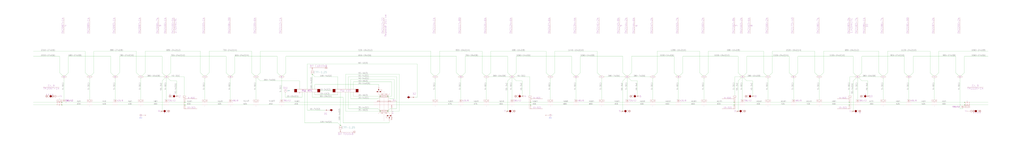
<source format=kicad_sch>
(kicad_sch (version 20231120) (generator "eeschema") (generator_version "8.0")
  (paper "User" 2000 297)
  (title_block (company "МКТ АТ-351") (comment 1 "КП 27.02.03.03.000 ГЧ") (comment 2 "Сафранович") (comment 3 "Бузунова"))
  (junction (at 743 217))
  (junction (at 743 188))
  (junction (at 757 188))
  (junction (at 1658.75 200))
  (junction (at 1433.75 200))
  (junction (at 361.25 205))
  (junction (at 1433.75 205))
  (junction (at 121 205))
  (junction (at 1658.75 205))
  (junction (at 121 200))
  (junction (at 757 217))
  (junction (at 1884 200))
  (junction (at 665 245))
  (junction (at 610 145))
  (junction (at 1036.25 205))
  (junction (at 1884 205))
  (junction (at 361.25 200))
  (junction (at 1036.25 200))
  (wire (pts (xy 1598 148.5) (xy 1591.5 142)))
  (wire (pts (xy 815 190) (xy 815 125)))
  (wire (pts (xy 452 148.5) (xy 458.5 142)))
  (wire (pts (xy 1180 150) (xy 1220 150)))
  (wire (pts (xy 670 190) (xy 610 190)))
  (wire (pts (xy 998 148.5) (xy 991.5 142)))
  (wire (pts (xy 1233.5 110) (xy 1316.5 110)))
  (wire (pts (xy 1550 152.5) (xy 1550 195)))
  (wire (pts (xy 1435 150) (xy 1435 187)))
  (wire (pts (xy 1458.5 110) (xy 1458.5 142)))
  (wire (pts (xy 615 180) (xy 615 185)))
  (wire (pts (xy 852 148.5) (xy 858.5 142)))
  (wire (pts (xy 905 200) (xy 945 200)))
  (wire (pts (xy 502 151.5) (xy 508.5 158)))
  (wire (pts (xy 680 150) (xy 775 150)))
  (wire (pts (xy 955 200) (xy 995 200)))
  (wire (pts (xy 541.5 110) (xy 541.5 142)))
  (wire (pts (xy 610 190) (xy 610 180)))
  (wire (pts (xy 1680 200) (xy 1720 200)))
  (wire (pts (xy 1080 200) (xy 1120 200)))
  (wire (pts (xy 1245 158) (xy 1245 187)))
  (wire (pts (xy 675 145) (xy 675 174)))
  (wire (pts (xy 1716.5 142) (xy 1716.5 100)))
  (wire (pts (xy 400 152.5) (xy 400 195)))
  (wire (pts (xy 941.5 100) (xy 941.5 142)))
  (wire (pts (xy 1130 205) (xy 1170 205)))
  (wire (pts (xy 1683.5 158) (xy 1695 158)))
  (wire (pts (xy 1230 200) (xy 1270 200)))
  (wire (pts (xy 1605 205) (xy 1658.75 205)))
  (wire (pts (xy 1005 200) (xy 1036.25 200)))
  (wire (pts (xy 1080 205) (xy 1120 205)))
  (wire (pts (xy 1066.5 100) (xy 1066.5 142)))
  (wire (pts (xy 1498 148.5) (xy 1491.5 142)))
  (wire (pts (xy 1680 150) (xy 1720 150)))
  (wire (pts (xy 1227 148.5) (xy 1233.5 142)))
  (wire (pts (xy 1880 212.5) (xy 1880 210)))
  (wire (pts (xy 1600 152.5) (xy 1600 195)))
  (wire (pts (xy 1283.5 100) (xy 1366.5 100)))
  (wire (pts (xy 757 188) (xy 762 193)))
  (wire (pts (xy 1677 148.5) (xy 1683.5 142)))
  (wire (pts (xy 898 148.5) (xy 891.5 142)))
  (wire (pts (xy 330 200) (xy 361.25 200)))
  (wire (pts (xy 757 188) (xy 765 188)))
  (wire (pts (xy 743 188) (xy 738 193)))
  (wire (pts (xy 1766.5 110) (xy 1766.5 142)))
  (wire (pts (xy 183.5 100) (xy 266.5 100)))
  (wire (pts (xy 65 205) (xy 111 205)))
  (wire (pts (xy 316.5 110) (xy 316.5 142)))
  (wire (pts (xy 1680 205) (xy 1720 205)))
  (wire (pts (xy 1002 151.5) (xy 1008.5 158)))
  (wire (pts (xy 555 200) (xy 730 200)))
  (wire (pts (xy 665 180) (xy 665 245)))
  (wire (pts (xy 491.5 100) (xy 491.5 142)))
  (wire (pts (xy 408.5 100) (xy 408.5 142)))
  (wire (pts (xy 230 205) (xy 270 205)))
  (wire (pts (xy 1375 152.5) (xy 1375 195)))
  (wire (pts (xy 680 150) (xy 680 174)))
  (wire (pts (xy 555 205) (xy 730 205)))
  (wire (pts (xy 891.5 110) (xy 558.5 110)))
  (wire (pts (xy 455 205) (xy 495 205)))
  (wire (pts (xy 361.25 205) (xy 395 205)))
  (wire (pts (xy 1230 150) (xy 1270 150)))
  (wire (pts (xy 1723 148.5) (xy 1716.5 142)))
  (wire (pts (xy 1777 148.5) (xy 1783.5 142)))
  (wire (pts (xy 123 148.5) (xy 116.5 142)))
  (wire (pts (xy 1166.5 142) (xy 1166.5 100)))
  (wire (pts (xy 757 217) (xy 780 217)))
  (wire (pts (xy 1775 152.5) (xy 1775 195)))
  (wire (pts (xy 65 200) (xy 111 200)))
  (wire (pts (xy 441.5 110) (xy 441.5 142)))
  (wire (pts (xy 1830 200) (xy 1884 200)))
  (wire (pts (xy 1558.5 110) (xy 1558.5 142)))
  (wire (pts (xy 585 174) (xy 585 158)))
  (wire (pts (xy 1130 200) (xy 1170 200)))
  (wire (pts (xy 770 155) (xy 685 155)))
  (wire (pts (xy 121 200) (xy 170 200)))
  (wire (pts (xy 1830 205) (xy 1884 205)))
  (wire (pts (xy 615 185) (xy 660 185)))
  (wire (pts (xy 660 150) (xy 660 174)))
  (wire (pts (xy 1658.75 200) (xy 1670 200)))
  (wire (pts (xy 558.5 110) (xy 558.5 142)))
  (wire (pts (xy 1133.5 110) (xy 1133.5 142)))
  (wire (pts (xy 508.5 158) (xy 585 158)))
  (wire (pts (xy 1452 148.5) (xy 1458.5 142)))
  (wire (pts (xy 1608.5 142) (xy 1608.5 100)))
  (wire (pts (xy 333.5 110) (xy 441.5 110)))
  (wire (pts (xy 1366.5 100) (xy 1366.5 142)))
  (wire (pts (xy 1491.5 142) (xy 1491.5 100)))
  (wire (pts (xy 685 155) (xy 685 174)))
  (wire (pts (xy 548 148.5) (xy 541.5 142)))
  (wire (pts (xy 1448 148.5) (xy 1441.5 142)))
  (wire (pts (xy 1833.5 142) (xy 1833.5 100)))
  (wire (pts (xy 233.5 110) (xy 233.5 142)))
  (wire (pts (xy 670 240) (xy 760 240)))
  (wire (pts (xy 327 151.5) (xy 333.5 158)))
  (wire (pts (xy 1383.5 100) (xy 1491.5 100)))
  (wire (pts (xy 1725 152.5) (xy 1725 195)))
  (wire (pts (xy 1695 158) (xy 1695 187)))
  (wire (pts (xy 1658.75 205) (xy 1670 205)))
  (wire (pts (xy 450 152.5) (xy 450 195)))
  (wire (pts (xy 1433.75 200) (xy 1445 200)))
  (wire (pts (xy 1666.5 158) (xy 1666.5 218)))
  (wire (pts (xy 690 160) (xy 690 174)))
  (wire (pts (xy 127 148.5) (xy 133.5 142)))
  (wire (pts (xy 600 215) (xy 635 215)))
  (wire (pts (xy 600 125) (xy 600 174)))
  (wire (pts (xy 780 145) (xy 780 217)))
  (wire (pts (xy 1458.5 158) (xy 1470 158)))
  (wire (pts (xy 1450 152.5) (xy 1450 195)))
  (wire (pts (xy 900 152.5) (xy 900 195)))
  (wire (pts (xy 360 150) (xy 360 187)))
  (wire (pts (xy 283.5 100) (xy 391.5 100)))
  (wire (pts (xy 1330 205) (xy 1370 205)))
  (wire (pts (xy 505 205) (xy 545 205)))
  (wire (pts (xy 1883.5 110) (xy 1883.5 142)))
  (wire (pts (xy 405 200) (xy 445 200)))
  (wire (pts (xy 1325 152.5) (xy 1325 195)))
  (wire (pts (xy 902 148.5) (xy 908.5 142)))
  (wire (pts (xy 1005 150) (xy 1035 150)))
  (wire (pts (xy 1555 205) (xy 1595 205)))
  (wire (pts (xy 680 180) (xy 680 212)))
  (wire (pts (xy 855 205) (xy 895 205)))
  (wire (pts (xy 1280 205) (xy 1320 205)))
  (wire (pts (xy 770 200) (xy 845 200)))
  (wire (pts (xy 1666.5 110) (xy 1666.5 142)))
  (wire (pts (xy 1591.5 100) (xy 1591.5 142)))
  (wire (pts (xy 180 200) (xy 220 200)))
  (wire (pts (xy 502 148.5) (xy 508.5 142)))
  (wire (pts (xy 991.5 110) (xy 908.5 110)))
  (wire (pts (xy 762 212) (xy 775 212)))
  (wire (pts (xy 1605 200) (xy 1658.75 200)))
  (wire (pts (xy 1036.25 205) (xy 1070 205)))
  (wire (pts (xy 333.5 158) (xy 345 158)))
  (wire (pts (xy 680 212) (xy 738 212)))
  (wire (pts (xy 998 151.5) (xy 991.5 158)))
  (wire (pts (xy 216.5 110) (xy 216.5 142)))
  (wire (pts (xy 740 168.5) (xy 740 165)))
  (wire (pts (xy 233.5 110) (xy 316.5 110)))
  (wire (pts (xy 391.5 100) (xy 391.5 142)))
  (wire (pts (xy 1866.5 110) (xy 1866.5 142)))
  (wire (pts (xy 1333.5 110) (xy 1333.5 142)))
  (wire (pts (xy 1875 152.5) (xy 1875 212.5)))
  (wire (pts (xy 125 152.5) (xy 125 195)))
  (wire (pts (xy 848 148.5) (xy 841.5 142)))
  (wire (pts (xy 1075 152.5) (xy 1075 195)))
  (wire (pts (xy 557.5 190) (xy 557.5 180)))
  (wire (pts (xy 1073 148.5) (xy 1066.5 142)))
  (wire (pts (xy 1733.5 100) (xy 1816.5 100)))
  (wire (pts (xy 775 150) (xy 775 212)))
  (wire (pts (xy 1458.5 110) (xy 1541.5 110)))
  (wire (pts (xy 1730 205) (xy 1770 205)))
  (wire (pts (xy 1873 148.5) (xy 1866.5 142)))
  (wire (pts (xy 760 240) (xy 760 236.5)))
  (wire (pts (xy 1127 148.5) (xy 1133.5 142)))
  (wire (pts (xy 498 148.5) (xy 491.5 142)))
  (wire (pts (xy 1173 148.5) (xy 1166.5 142)))
  (wire (pts (xy 323 148.5) (xy 316.5 142)))
  (wire (pts (xy 1223 148.5) (xy 1216.5 142)))
  (wire (pts (xy 1133.5 110) (xy 1216.5 110)))
  (wire (pts (xy 323 151.5) (xy 316.5 158)))
  (wire (pts (xy 615 165) (xy 740 165)))
  (wire (pts (xy 1502 148.5) (xy 1508.5 142)))
  (wire (pts (xy 448 148.5) (xy 441.5 142)))
  (wire (pts (xy 1783.5 110) (xy 1866.5 110)))
  (wire (pts (xy 1883.5 110) (xy 1930 110)))
  (wire (pts (xy 1227 151.5) (xy 1233.5 158)))
  (wire (pts (xy 1825 152.5) (xy 1825 195)))
  (wire (pts (xy 1330 200) (xy 1370 200)))
  (wire (pts (xy 180 205) (xy 220 205)))
  (wire (pts (xy 595 180) (xy 595 240)))
  (wire (pts (xy 850 152.5) (xy 850 195)))
  (wire (pts (xy 690 188) (xy 743 188)))
  (wire (pts (xy 273 148.5) (xy 266.5 142)))
  (wire (pts (xy 1683.5 110) (xy 1683.5 142)))
  (wire (pts (xy 1000 152.5) (xy 1000 195)))
  (wire (pts (xy 1323 148.5) (xy 1316.5 142)))
  (wire (pts (xy 690 180) (xy 690 188)))
  (wire (pts (xy 1783.5 110) (xy 1783.5 142)))
  (wire (pts (xy 1441.5 110) (xy 1441.5 142)))
  (wire (pts (xy 625 177) (xy 650 177)))
  (wire (pts (xy 398 148.5) (xy 391.5 142)))
  (wire (pts (xy 458.5 110) (xy 458.5 142)))
  (wire (pts (xy 660 185) (xy 660 180)))
  (wire (pts (xy 590 190) (xy 590 180)))
  (wire (pts (xy 177 148.5) (xy 183.5 142)))
  (wire (pts (xy 133.5 110) (xy 133.5 142)))
  (wire (pts (xy 1123 148.5) (xy 1116.5 142)))
  (wire (pts (xy 685 193) (xy 738 193)))
  (wire (pts (xy 1005 205) (xy 1036.25 205)))
  (wire (pts (xy 1673 151.5) (xy 1666.5 158)))
  (wire (pts (xy 500 152.5) (xy 500 195)))
  (wire (pts (xy 1733.5 142) (xy 1733.5 100)))
  (wire (pts (xy 1433.75 205) (xy 1445 205)))
  (wire (pts (xy 991.5 158) (xy 991.5 218)))
  (wire (pts (xy 743 217) (xy 738 212)))
  (wire (pts (xy 1283.5 142) (xy 1283.5 100)))
  (wire (pts (xy 1233.5 110) (xy 1233.5 142)))
  (wire (pts (xy 1823 148.5) (xy 1816.5 142)))
  (wire (pts (xy 1223 151.5) (xy 1216.5 158)))
  (wire (pts (xy 183.5 100) (xy 183.5 142)))
  (wire (pts (xy 133.5 110) (xy 216.5 110)))
  (wire (pts (xy 360 150) (xy 330 150)))
  (wire (pts (xy 810 190) (xy 815 190)))
  (wire (pts (xy 508.5 100) (xy 508.5 142)))
  (wire (pts (xy 65 100) (xy 166.5 100)))
  (wire (pts (xy 1083.5 100) (xy 1166.5 100)))
  (wire (pts (xy 600 180) (xy 600 215)))
  (wire (pts (xy 283.5 100) (xy 283.5 142)))
  (wire (pts (xy 275 152.5) (xy 275 195)))
  (wire (pts (xy 675 217) (xy 743 217)))
  (wire (pts (xy 1602 148.5) (xy 1608.5 142)))
  (wire (pts (xy 1500 152.5) (xy 1500 195)))
  (wire (pts (xy 615 150) (xy 660 150)))
  (wire (pts (xy 1180 205) (xy 1220 205)))
  (wire (pts (xy 1008.5 158) (xy 1020 158)))
  (wire (pts (xy 230 200) (xy 270 200)))
  (wire (pts (xy 1008.5 142) (xy 1008.5 110)))
  (wire (pts (xy 1455 200) (xy 1495 200)))
  (wire (pts (xy 1508.5 100) (xy 1591.5 100)))
  (wire (pts (xy 402 148.5) (xy 408.5 142)))
  (wire (pts (xy 615 150) (xy 610 145)))
  (wire (pts (xy 1773 148.5) (xy 1766.5 142)))
  (wire (pts (xy 1008.5 110) (xy 1116.5 110)))
  (wire (pts (xy 1548 148.5) (xy 1541.5 142)))
  (wire (pts (xy 1608.5 100) (xy 1716.5 100)))
  (wire (pts (xy 841.5 142) (xy 841.5 100)))
  (wire (pts (xy 1116.5 110) (xy 1116.5 142)))
  (wire (pts (xy 1373 148.5) (xy 1366.5 142)))
  (wire (pts (xy 1233.5 158) (xy 1245 158)))
  (wire (pts (xy 1555 200) (xy 1595 200)))
  (wire (pts (xy 1816.5 100) (xy 1816.5 142)))
  (wire (pts (xy 958.5 142) (xy 958.5 100)))
  (wire (pts (xy 1827 148.5) (xy 1833.5 142)))
  (wire (pts (xy 1452 151.5) (xy 1458.5 158)))
  (wire (pts (xy 330 205) (xy 361.25 205)))
  (wire (pts (xy 173 148.5) (xy 166.5 142)))
  (wire (pts (xy 757 217) (xy 762 212)))
  (wire (pts (xy 1125 152.5) (xy 1125 195)))
  (wire (pts (xy 991.5 142) (xy 991.5 110)))
  (wire (pts (xy 277 148.5) (xy 283.5 142)))
  (wire (pts (xy 1455 150) (xy 1495 150)))
  (wire (pts (xy 121 205) (xy 170 205)))
  (wire (pts (xy 1558.5 110) (xy 1666.5 110)))
  (wire (pts (xy 1455 205) (xy 1495 205)))
  (wire (pts (xy 1225 152.5) (xy 1225 195)))
  (wire (pts (xy 958.5 100) (xy 1066.5 100)))
  (wire (pts (xy 948 148.5) (xy 941.5 142)))
  (wire (pts (xy 166.5 100) (xy 166.5 142)))
  (wire (pts (xy 952 148.5) (xy 958.5 142)))
  (wire (pts (xy 595 240) (xy 660 240)))
  (wire (pts (xy 1894 205) (xy 1930 205)))
  (wire (pts (xy 227 148.5) (xy 233.5 142)))
  (wire (pts (xy 1683.5 110) (xy 1766.5 110)))
  (wire (pts (xy 670 240) (xy 670 190)))
  (wire (pts (xy 1380 205) (xy 1433.75 205)))
  (wire (pts (xy 1448 151.5) (xy 1441.5 158)))
  (wire (pts (xy 950 152.5) (xy 950 195)))
  (wire (pts (xy 765 160) (xy 765 188)))
  (wire (pts (xy 1673 148.5) (xy 1666.5 142)))
  (wire (pts (xy 1383.5 142) (xy 1383.5 100)))
  (wire (pts (xy 116.5 110) (xy 116.5 142)))
  (wire (pts (xy 280 150) (xy 320 150)))
  (wire (pts (xy 1077 148.5) (xy 1083.5 142)))
  (wire (pts (xy 1875 212.5) (xy 1880 212.5)))
  (wire (pts (xy 175 152.5) (xy 175 195)))
  (wire (pts (xy 1380 200) (xy 1433.75 200)))
  (wire (pts (xy 855 200) (xy 895 200)))
  (wire (pts (xy 891.5 142) (xy 891.5 110)))
  (wire (pts (xy 1180 200) (xy 1220 200)))
  (wire (pts (xy 1175 152.5) (xy 1175 195)))
  (wire (pts (xy 552 148.5) (xy 558.5 142)))
  (wire (pts (xy 280 205) (xy 320 205)))
  (wire (pts (xy 327 148.5) (xy 333.5 142)))
  (wire (pts (xy 1541.5 110) (xy 1541.5 142)))
  (wire (pts (xy 1505 200) (xy 1545 200)))
  (wire (pts (xy 1216.5 158) (xy 1216.5 218)))
  (wire (pts (xy 280 200) (xy 320 200)))
  (wire (pts (xy 1036.25 200) (xy 1070 200)))
  (wire (pts (xy 615 174) (xy 615 165)))
  (wire (pts (xy 550 152.5) (xy 550 195)))
  (wire (pts (xy 1730 200) (xy 1770 200)))
  (wire (pts (xy 675 145) (xy 780 145)))
  (wire (pts (xy 458.5 110) (xy 541.5 110)))
  (wire (pts (xy 1020 158) (xy 1020 187)))
  (wire (pts (xy 1780 200) (xy 1820 200)))
  (wire (pts (xy 858.5 100) (xy 858.5 142)))
  (wire (pts (xy 665 245) (xy 660 240)))
  (wire (pts (xy 1275 152.5) (xy 1275 195)))
  (wire (pts (xy 1280 200) (xy 1320 200)))
  (wire (pts (xy 685 180) (xy 685 193)))
  (wire (pts (xy 405 205) (xy 445 205)))
  (wire (pts (xy 223 148.5) (xy 216.5 142)))
  (wire (pts (xy 333.5 110) (xy 333.5 142)))
  (wire (pts (xy 508.5 100) (xy 841.5 100)))
  (wire (pts (xy 1780 205) (xy 1820 205)))
  (wire (pts (xy 1894 200) (xy 1930 200)))
  (wire (pts (xy 1508.5 142) (xy 1508.5 100)))
  (wire (pts (xy 1505 205) (xy 1545 205)))
  (wire (pts (xy 1035 150) (xy 1035 187)))
  (wire (pts (xy 345 158) (xy 345 187)))
  (wire (pts (xy 690 160) (xy 765 160)))
  (wire (pts (xy 1316.5 110) (xy 1316.5 142)))
  (wire (pts (xy 1727 148.5) (xy 1733.5 142)))
  (wire (pts (xy 1230 205) (xy 1270 205)))
  (wire (pts (xy 1552 148.5) (xy 1558.5 142)))
  (wire (pts (xy 266.5 100) (xy 266.5 142)))
  (wire (pts (xy 770 205) (xy 845 205)))
  (wire (pts (xy 1470 158) (xy 1470 187)))
  (wire (pts (xy 770 193) (xy 762 193)))
  (wire (pts (xy 1277 148.5) (xy 1283.5 142)))
  (wire (pts (xy 557.5 190) (xy 590 190)))
  (wire (pts (xy 955 205) (xy 995 205)))
  (wire (pts (xy 1677 151.5) (xy 1683.5 158)))
  (wire (pts (xy 908.5 110) (xy 908.5 142)))
  (wire (pts (xy 1002 148.5) (xy 1008.5 142)))
  (wire (pts (xy 325 152.5) (xy 325 195)))
  (wire (pts (xy 408.5 100) (xy 491.5 100)))
  (wire (pts (xy 1377 148.5) (xy 1383.5 142)))
  (wire (pts (xy 1833.5 100) (xy 1930 100)))
  (wire (pts (xy 1216.5 110) (xy 1216.5 142)))
  (wire (pts (xy 1675 152.5) (xy 1675 195)))
  (wire (pts (xy 1660 150) (xy 1660 187)))
  (wire (pts (xy 600 125) (xy 815 125)))
  (wire (pts (xy 1083.5 142) (xy 1083.5 100)))
  (wire (pts (xy 1327 148.5) (xy 1333.5 142)))
  (wire (pts (xy 905 205) (xy 945 205)))
  (wire (pts (xy 610 145) (xy 610 174)))
  (wire (pts (xy 1441.5 158) (xy 1441.5 218)))
  (wire (pts (xy 1435 150) (xy 1445 150)))
  (wire (pts (xy 225 152.5) (xy 225 195)))
  (wire (pts (xy 858.5 100) (xy 941.5 100)))
  (wire (pts (xy 675 217) (xy 675 180)))
  (wire (pts (xy 1660 150) (xy 1670 150)))
  (wire (pts (xy 1877 148.5) (xy 1883.5 142)))
  (wire (pts (xy 955 150) (xy 995 150)))
  (wire (pts (xy 770 155) (xy 770 193)))
  (wire (pts (xy 1333.5 110) (xy 1441.5 110)))
  (wire (pts (xy 316.5 158) (xy 316.5 218)))
  (wire (pts (xy 361.25 200) (xy 395 200)))
  (wire (pts (xy 65 110) (xy 116.5 110)))
  (text "211" (at 1072 231.5 0) (effects (font (size 2 2)) (justify left bottom)))
  (text "211" (at 272 231.5 0) (effects (font (size 2 2)) (justify left bottom)))
  (label "725" (at 1575 205 0) (effects (font (size 2.5 2.5))) (property "Netclass" "Рельсы" (effects (hide yes))))
  (label "Н1П" (at 1840 200 0) (effects (font (size 2.5 2.5))) (property "Netclass" "Рельсы" (effects (hide yes))))
  (label "120-4x2(2)" (at 665 235 90) (effects (font (size 2.5 2.5))) (property "Netclass" "Кабель" (effects (hide yes))))
  (label "10-10x2(4)" (at 560 190 0) (effects (font (size 2.5 2.5))) (property "Netclass" "Кабель" (effects (hide yes))))
  (label "5-3(1)" (at 1660 175 90) (effects (font (size 2.5 2.5))) (property "Netclass" "Кабель" (effects (hide yes))))
  (label "Ч8П" (at 300 200 0) (effects (font (size 2.5 2.5))) (property "Netclass" "Рельсы" (effects (hide yes))))
  (label "Ч22П" (at 925 200 0) (effects (font (size 2.5 2.5))) (property "Netclass" "Рельсы" (effects (hide yes))))
  (label "100-4x2(2)" (at 610 173.5 90) (effects (font (size 2.5 2.5))) (property "Netclass" "Кабель" (effects (hide yes))))
  (label "300" (at 1840 205 0) (effects (font (size 2.5 2.5))) (property "Netclass" "Рельсы" (effects (hide yes))))
  (label "650" (at 1350 205 0) (effects (font (size 2.5 2.5))) (property "Netclass" "Рельсы" (effects (hide yes))))
  (label "1530-19x2(14)" (at 1535 100 0) (effects (font (size 2.5 2.5))) (property "Netclass" "Кабель" (effects (hide yes))))
  (label "5-3(1)" (at 1775 175 90) (effects (font (size 2.5 2.5))) (property "Netclass" "Кабель" (effects (hide yes))))
  (label "Н5П" (at 1750 200 0) (effects (font (size 2.5 2.5))) (property "Netclass" "Рельсы" (effects (hide yes))))
  (label "200" (at 150 205 0) (effects (font (size 2.5 2.5))) (property "Netclass" "Рельсы" (effects (hide yes))))
  (label "200" (at 575 205 0) (effects (font (size 2.5 2.5))) (property "Netclass" "Рельсы" (effects (hide yes))))
  (label "5-3(1)" (at 1125 175 90) (effects (font (size 2.5 2.5))) (property "Netclass" "Кабель" (effects (hide yes))))
  (label "5-3(1)" (at 400 175 90) (effects (font (size 2.5 2.5))) (property "Netclass" "Кабель" (effects (hide yes))))
  (label "5-3(1)" (at 125 175 90) (effects (font (size 2.5 2.5))) (property "Netclass" "Кабель" (effects (hide yes))))
  (label "100-4x2(2)" (at 625 150 0) (effects (font (size 2.5 2.5))) (property "Netclass" "Кабель" (effects (hide yes))))
  (label "725" (at 1525 205 0) (effects (font (size 2.5 2.5))) (property "Netclass" "Рельсы" (effects (hide yes))))
  (label "5-3(1)" (at 950 175 90) (effects (font (size 2.5 2.5))) (property "Netclass" "Кабель" (effects (hide yes))))
  (label "Ч16П" (at 525 200 0) (effects (font (size 3 3))) (property "Netclass" "Рельсы" (effects (hide yes))))
  (label "380-10x2(8)" (at 1460 150 0) (effects (font (size 2.5 2.5))) (property "Netclass" "Кабель" (effects (hide yes))))
  (label "Ч26П" (at 1040 200 0) (effects (font (size 2.5 2.5))) (property "Netclass" "Рельсы" (effects (hide yes))))
  (label "5-3(1)" (at 225 175 90) (effects (font (size 2.5 2.5))) (property "Netclass" "Кабель" (effects (hide yes))))
  (label "680" (at 1150 205 0) (effects (font (size 2.5 2.5))) (property "Netclass" "Рельсы" (effects (hide yes))))
  (label "Ч20П" (at 875 200 0) (effects (font (size 2.5 2.5))) (property "Netclass" "Рельсы" (effects (hide yes))))
  (label "1440-10x2(10)" (at 1110 100 0) (effects (font (size 2.5 2.5))) (property "Netclass" "Кабель" (effects (hide yes))))
  (label "375" (at 925 205 0) (effects (font (size 2.5 2.5))) (property "Netclass" "Рельсы" (effects (hide yes))))
  (label "1105-24x2(14)" (at 1510 110 0) (effects (font (size 2.5 2.5))) (property "Netclass" "Кабель" (effects (hide yes))))
  (label "325" (at 475 205 0) (effects (font (size 2.5 2.5))) (property "Netclass" "Рельсы" (effects (hide yes))))
  (label "2310-27x2(6)" (at 80 100 0) (effects (font (size 2.5 2.5))) (property "Netclass" "Кабель" (effects (hide yes))))
  (label "10-12(3)" (at 625 185 0) (effects (font (size 2.5 2.5))) (property "Netclass" "Кабель" (effects (hide yes))))
  (label "680" (at 1100 205 0) (effects (font (size 2.5 2.5))) (property "Netclass" "Рельсы" (effects (hide yes))))
  (label "Ч6П" (at 250 200 0) (effects (font (size 2.5 2.5))) (property "Netclass" "Рельсы" (effects (hide yes))))
  (label "45-3x2" (at 1245 176.5 90) (effects (font (size 2.5 2.5))) (property "Netclass" "Кабель" (effects (hide yes))))
  (label "5-3(1)" (at 1450 175 90) (effects (font (size 2.5 2.5))) (property "Netclass" "Кабель" (effects (hide yes))))
  (label "300" (at 1040 205 0) (effects (font (size 2.5 2.5))) (property "Netclass" "Рельсы" (effects (hide yes))))
  (label "Н17П" (at 1400 200 0) (effects (font (size 2.5 2.5))) (property "Netclass" "Рельсы" (effects (hide yes))))
  (label "730-24x2(14)" (at 435 100 0) (effects (font (size 2.5 2.5))) (property "Netclass" "Кабель" (effects (hide yes))))
  (label "300" (at 1625 205 0) (effects (font (size 2.5 2.5))) (property "Netclass" "Рельсы" (effects (hide yes))))
  (label "680-27x2(8)" (at 134 110 0) (effects (font (size 2.5 2.5))) (property "Netclass" "Кабель" (effects (hide yes))))
  (label "5-3(1)" (at 900 175 90) (effects (font (size 2.5 2.5))) (property "Netclass" "Кабель" (effects (hide yes))))
  (label "Ч24П" (at 975 200 0) (effects (font (size 2.5 2.5))) (property "Netclass" "Рельсы" (effects (hide yes))))
  (label "55-3x2" (at 1216.5 176.5 90) (effects (font (size 2.5 2.5))) (property "Netclass" "Кабель" (effects (hide yes))))
  (label "5-3(1)" (at 1675 175 90) (effects (font (size 2.5 2.5))) (property "Netclass" "Кабель" (effects (hide yes))))
  (label "755-19x2(8)" (at 908.5 110 0) (effects (font (size 2.5 2.5))) (property "Netclass" "Кабель" (effects (hide yes))))
  (label "35-16(3)" (at 700 217 0) (effects (font (size 2.5 2.5))) (property "Netclass" "Кабель" (effects (hide yes))))
  (label "120-4x2(2)" (at 625 240 0) (effects (font (size 2.5 2.5))) (property "Netclass" "Кабель" (effects (hide yes))))
  (label "780-27x2(10)" (at 233.5 110 0) (effects (font (size 2.5 2.5))) (property "Netclass" "Кабель" (effects (hide yes))))
  (label "905-27x2(10)" (at 1766.5 110 180) (effects (font (size 2.5 2.5))) (property "Netclass" "Кабель" (effects (hide yes))))
  (label "55-3x2" (at 1441.5 176.5 90) (effects (font (size 2.5 2.5))) (property "Netclass" "Кабель" (effects (hide yes))))
  (label "5-3(1)" (at 500 175 90) (effects (font (size 2.5 2.5))) (property "Netclass" "Кабель" (effects (hide yes))))
  (label "5-3(1)" (at 175 175 90) (effects (font (size 2.5 2.5))) (property "Netclass" "Кабель" (effects (hide yes))))
  (label "45-3x2" (at 1695 176.5 90) (effects (font (size 2.5 2.5))) (property "Netclass" "Кабель" (effects (hide yes))))
  (label "Н15П" (at 1477.5 200 0) (effects (font (size 2.5 2.5))) (property "Netclass" "Рельсы" (effects (hide yes))))
  (label "380-7x2(6)" (at 1187.5 150 0) (effects (font (size 2.5 2.5))) (property "Netclass" "Кабель" (effects (hide yes))))
  (label "Н3П " (at 1800 200 0) (effects (font (size 2.5 2.5))) (property "Netclass" "Рельсы" (effects (hide yes))))
  (label "Ч32П" (at 1200 200 0) (effects (font (size 2.5 2.5))) (property "Netclass" "Рельсы" (effects (hide yes))))
  (label "525" (at 1800 205 0) (effects (font (size 2.5 2.5))) (property "Netclass" "Рельсы" (effects (hide yes))))
  (label "375" (at 875 205 0) (effects (font (size 2.5 2.5))) (property "Netclass" "Рельсы" (effects (hide yes))))
  (label "5-3(1)" (at 1000 175 90) (effects (font (size 2.5 2.5))) (property "Netclass" "Кабель" (effects (hide yes))))
  (label "680-19x2(12)" (at 1650 100 0) (effects (font (size 2.5 2.5))) (property "Netclass" "Кабель" (effects (hide yes))))
  (label "Ч28П" (at 1100 200 0) (effects (font (size 2.5 2.5))) (property "Netclass" "Рельсы" (effects (hide yes))))
  (label "Н7П" (at 1698 200 0) (effects (font (size 2.5 2.5))) (property "Netclass" "Рельсы" (effects (hide yes))))
  (label "1060-24x2(8)" (at 1925 100 180) (effects (font (size 2.5 2.5))) (property "Netclass" "Кабель" (effects (hide yes))))
  (label "1060-14x2(6)" (at 1008.5 110 0) (effects (font (size 2.5 2.5))) (property "Netclass" "Кабель" (effects (hide yes))))
  (label "5-3(1)" (at 550 180 90) (effects (font (size 2.5 2.5))) (property "Netclass" "Кабель" (effects (hide yes))))
  (label "1060-14x2(8)" (at 1133.5 110 0) (effects (font (size 2.5 2.5))) (property "Netclass" "Кабель" (effects (hide yes))))
  (label "45-3(1)" (at 335 150 0) (effects (font (size 2.5 2.5))) (property "Netclass" "Кабель" (effects (hide yes))))
  (label "10-3x2(2)" (at 625 177 0) (effects (font (size 2.5 2.5))) (property "Netclass" "Кабель" (effects (hide yes))))
  (label "Ч14П" (at 475 200 0) (effects (font (size 3 3))) (property "Netclass" "Рельсы" (effects (hide yes))))
  (label "5-3(1)" (at 1375 175 90) (effects (font (size 2.5 2.5))) (property "Netclass" "Кабель" (effects (hide yes))))
  (label "5-3(1)" (at 850 175 90) (effects (font (size 2.5 2.5))) (property "Netclass" "Кабель" (effects (hide yes))))
  (label "5-3(1)" (at 1175 175 90) (effects (font (size 2.5 2.5))) (property "Netclass" "Кабель" (effects (hide yes))))
  (label "25-14x2(5)" (at 700 165 0) (effects (font (size 2.5 2.5))) (property "Netclass" "Кабель" (effects (hide yes))))
  (label "5-3(1)" (at 1225 175 90) (effects (font (size 2.5 2.5))) (property "Netclass" "Кабель" (effects (hide yes))))
  (label "5-3(1)" (at 1600 175 90) (effects (font (size 2.5 2.5))) (property "Netclass" "Кабель" (effects (hide yes))))
  (label "35-4x2(1)" (at 700 212 0) (effects (font (size 2.5 2.5))) (property "Netclass" "Кабель" (effects (hide yes))))
  (label "680-10x2(8)" (at 1000 100 0) (effects (font (size 2.5 2.5))) (property "Netclass" "Кабель" (effects (hide yes))))
  (label "Ч10П" (at 365 200 0) (effects (font (size 2.5 2.5))) (property "Netclass" "Рельсы" (effects (hide yes))))
  (label "Н21П" (at 1300 200 0) (effects (font (size 2.5 2.5))) (property "Netclass" "Рельсы" (effects (hide yes))))
  (label "Ч4П" (at 200 200 0) (effects (font (size 2.5 2.5))) (property "Netclass" "Рельсы" (effects (hide yes))))
  (label "5-3(1)" (at 1075 175 90) (effects (font (size 2.5 2.5))) (property "Netclass" "Кабель" (effects (hide yes))))
  (label "300" (at 300 205 0) (effects (font (size 2.5 2.5))) (property "Netclass" "Рельсы" (effects (hide yes))))
  (label "Ч30П" (at 1150 200 0) (effects (font (size 2.5 2.5))) (property "Netclass" "Рельсы" (effects (hide yes))))
  (label "655-19x2(6)" (at 700 110 0) (effects (font (size 2.5 2.5))) (property "Netclass" "Кабель" (effects (hide yes))))
  (label "1130-24x2(10)" (at 1760 100 0) (effects (font (size 2.5 2.5))) (property "Netclass" "Кабель" (effects (hide yes))))
  (label "250" (at 525 205 0) (effects (font (size 2.5 2.5))) (property "Netclass" "Рельсы" (effects (hide yes))))
  (label "650" (at 1300 205 0) (effects (font (size 2.5 2.5))) (property "Netclass" "Рельсы" (effects (hide yes))))
  (label "300" (at 1698.5 205 0) (effects (font (size 2.5 2.5))) (property "Netclass" "Рельсы" (effects (hide yes))))
  (label "5-3(1)" (at 1825 175 90) (effects (font (size 2.5 2.5))) (property "Netclass" "Кабель" (effects (hide yes))))
  (label "2010-27x2(6)" (at 80 110 0) (effects (font (size 2.5 2.5))) (property "Netclass" "Кабель" (effects (hide yes))))
  (label "5-3(1)" (at 1550 175 90) (effects (font (size 2.5 2.5))) (property "Netclass" "Кабель" (effects (hide yes))))
  (label "905-27x2(8)" (at 1866.5 110 180) (effects (font (size 2.5 2.5))) (property "Netclass" "Кабель" (effects (hide yes))))
  (label "5-3(1)" (at 1325 175 90) (effects (font (size 2.5 2.5))) (property "Netclass" "Кабель" (effects (hide yes))))
  (label "530-19x2(12)" (at 700 100 0) (effects (font (size 2.5 2.5))) (property "Netclass" "Кабель" (effects (hide yes))))
  (label "300" (at 1400 205 0) (effects (font (size 2.5 2.5))) (property "Netclass" "Рельсы" (effects (hide yes))))
  (label "380-10x2(8)" (at 1685 150 0) (effects (font (size 2.5 2.5))) (property "Netclass" "Кабель" (effects (hide yes))))
  (label "525" (at 1750 205 0) (effects (font (size 2.5 2.5))) (property "Netclass" "Рельсы" (effects (hide yes))))
  (label "300" (at 1200 205 0) (effects (font (size 2.5 2.5))) (property "Netclass" "Рельсы" (effects (hide yes))))
  (label "1030-19x2(12)" (at 1425 110 180) (effects (font (size 2.5 2.5))) (property "Netclass" "Кабель" (effects (hide yes))))
  (label "380-10x2(8)" (at 287.5 150 0) (effects (font (size 2.5 2.5))) (property "Netclass" "Кабель" (effects (hide yes))))
  (label "300" (at 975 205 0) (effects (font (size 2.5 2.5))) (property "Netclass" "Рельсы" (effects (hide yes))))
  (label "Н23П" (at 1250 200 0) (effects (font (size 2.5 2.5))) (property "Netclass" "Рельсы" (effects (hide yes))))
  (label "380-10x2(8)" (at 962.5 150 0) (effects (font (size 2.5 2.5))) (property "Netclass" "Кабель" (effects (hide yes))))
  (label "45-3x2" (at 1020 176.5 90) (effects (font (size 2.5 2.5))) (property "Netclass" "Кабель" (effects (hide yes))))
  (label "Н13П" (at 1525 200 0) (effects (font (size 2.5 2.5))) (property "Netclass" "Рельсы" (effects (hide yes))))
  (label "655-24x2(14)" (at 458.5 110 0) (effects (font (size 2.5 2.5))) (property "Netclass" "Кабель" (effects (hide yes))))
  (label "5-3(1)" (at 1275 175 90) (effects (font (size 2.5 2.5))) (property "Netclass" "Кабель" (effects (hide yes))))
  (label "45-4x2(1)" (at 345 183 90) (effects (font (size 2.5 2.5))) (property "Netclass" "Кабель" (effects (hide yes))))
  (label "880-27x2(8)" (at 215 100 0) (effects (font (size 2.5 2.5))) (property "Netclass" "Кабель" (effects (hide yes))))
  (label "5-3(1)" (at 1435 175 90) (effects (font (size 2.5 2.5))) (property "Netclass" "Кабель" (effects (hide yes))))
  (label "5-3(1)" (at 1725 175 90) (effects (font (size 2.5 2.5))) (property "Netclass" "Кабель" (effects (hide yes))))
  (label "1380-10x2(10)" (at 1310 100 0) (effects (font (size 2.5 2.5))) (property "Netclass" "Кабель" (effects (hide yes))))
  (label "Н19П" (at 1350 200 0) (effects (font (size 2.5 2.5))) (property "Netclass" "Рельсы" (effects (hide yes))))
  (label "325" (at 425 205 0) (effects (font (size 2.5 2.5))) (property "Netclass" "Рельсы" (effects (hide yes))))
  (label "40-16(3)" (at 700 160 0) (effects (font (size 2.5 2.5))) (property "Netclass" "Кабель" (effects (hide yes))))
  (label "55-3x2" (at 316.5 176.5 90) (effects (font (size 2.5 2.5))) (property "Netclass" "Кабель" (effects (hide yes))))
  (label "40-4x2(1)" (at 700 155 0) (effects (font (size 2.5 2.5))) (property "Netclass" "Кабель" (effects (hide yes))))
  (label "45-3x2" (at 1470 176.5 90) (effects (font (size 2.5 2.5))) (property "Netclass" "Кабель" (effects (hide yes))))
  (label "680-10x2(8)" (at 1420 100 0) (effects (font (size 2.5 2.5))) (property "Netclass" "Кабель" (effects (hide yes))))
  (label "Ч18П" (at 575 200 0) (effects (font (size 2.5 2.5))) (property "Netclass" "Рельсы" (effects (hide yes))))
  (label "55-3x2" (at 991.5 176.5 90) (effects (font (size 2.5 2.5))) (property "Netclass" "Кабель" (effects (hide yes))))
  (label "300-7x2(6)" (at 515 158 0) (effects (font (size 2.5 2.5))) (property "Netclass" "Кабель" (effects (hide yes))))
  (label "5-3(1)" (at 1500 175 90) (effects (font (size 2.5 2.5))) (property "Netclass" "Кабель" (effects (hide yes))))
  (label "5-3(1)" (at 450 175 90) (effects (font (size 2.5 2.5))) (property "Netclass" "Кабель" (effects (hide yes))))
  (label "60-12(3)" (at 700 125 0) (effects (font (size 2.5 2.5))) (property "Netclass" "Кабель" (effects (hide yes))))
  (label "1105-24x2(12)" (at 1650 110 180) (effects (font (size 2.5 2.5))) (property "Netclass" "Кабель" (effects (hide yes))))
  (label "45-3(1)" (at 1010 150 0) (effects (font (size 2.5 2.5))) (property "Netclass" "Кабель" (effects (hide yes))))
  (label "5-3(1)" (at 1875 175 90) (effects (font (size 2.5 2.5))) (property "Netclass" "Кабель" (effects (hide yes))))
  (label "300" (at 1250 205 0) (effects (font (size 2.5 2.5))) (property "Netclass" "Рельсы" (effects (hide yes))))
  (label "20-16(3)" (at 700 188 0) (effects (font (size 2.5 2.5))) (property "Netclass" "Кабель" (effects (hide yes))))
  (label "5-3(1)" (at 325 175 90) (effects (font (size 2.5 2.5))) (property "Netclass" "Кабель" (effects (hide yes))))
  (label "Ч12П" (at 425 200 0) (effects (font (size 2.5 2.5))) (property "Netclass" "Рельсы" (effects (hide yes))))
  (label "Н9П" (at 1625 200 0) (effects (font (size 2.5 2.5))) (property "Netclass" "Рельсы" (effects (hide yes))))
  (label "830-19x2(14)" (at 890 100 0) (effects (font (size 2.5 2.5))) (property "Netclass" "Кабель" (effects (hide yes))))
  (label "Ч2П" (at 150 200 0) (effects (font (size 2.5 2.5))) (property "Netclass" "Рельсы" (effects (hide yes))))
  (label "40-7x2(2)" (at 605 215 0) (effects (font (size 2.5 2.5))) (property "Netclass" "Кабель" (effects (hide yes))))
  (label "55-4x2(1)" (at 700 150 0) (effects (font (size 2.5 2.5))) (property "Netclass" "Кабель" (effects (hide yes))))
  (label "80-19x2(4)" (at 625 190 0) (effects (font (size 2.5 2.5))) (property "Netclass" "Кабель" (effects (hide yes))))
  (label "380-7x2(6)" (at 1237.5 150 0) (effects (font (size 2.5 2.5))) (property "Netclass" "Кабель" (effects (hide yes))))
  (label "400" (at 250 205 0) (effects (font (size 2.5 2.5))) (property "Netclass" "Рельсы" (effects (hide yes))))
  (label "Н11П" (at 1575 200 0) (effects (font (size 2.5 2.5))) (property "Netclass" "Рельсы" (effects (hide yes))))
  (label "1030-14x2(6)" (at 1316.5 110 180) (effects (font (size 2.5 2.5))) (property "Netclass" "Кабель" (effects (hide yes))))
  (label "705-24x2(12)" (at 333.5 110 0) (effects (font (size 2.5 2.5))) (property "Netclass" "Кабель" (effects (hide yes))))
  (label "20-4x2(1)" (at 700 193 0) (effects (font (size 2.5 2.5))) (property "Netclass" "Кабель" (effects (hide yes))))
  (label "1060-27x2(6)" (at 1925 110 180) (effects (font (size 2.5 2.5))) (property "Netclass" "Кабель" (effects (hide yes))))
  (label "300" (at 365 205 0) (effects (font (size 2.5 2.5))) (property "Netclass" "Рельсы" (effects (hide yes))))
  (label "55-16(3)" (at 700 145 0) (effects (font (size 2.5 2.5))) (property "Netclass" "Кабель" (effects (hide yes))))
  (label "300" (at 1477.5 205 0) (effects (font (size 2.5 2.5))) (property "Netclass" "Рельсы" (effects (hide yes))))
  (label "5-3(1)" (at 275 175 90) (effects (font (size 2.5 2.5))) (property "Netclass" "Кабель" (effects (hide yes))))
  (label "400" (at 200 205 0) (effects (font (size 2.5 2.5))) (property "Netclass" "Рельсы" (effects (hide yes))))
  (label "680-24x2(12)" (at 325 100 0) (effects (font (size 2.5 2.5))) (property "Netclass" "Кабель" (effects (hide yes))))
  (label "55-4x2(1)" (at 1666.5 183 90) (effects (font (size 2.5 2.5))) (property "Netclass" "Кабель" (effects (hide yes))))
  (symbol (lib_id "SCB:Заградительный") (at 638 222 180) (unit 2)
    (property "Reference" "Заградительный?" (effects (hide yes)))
    (property "Литера" "З1" (at 636 222 0) (effects (font (size 3.5 3.5))))
    (property "ДвухнитеваяК" "2" (at 647 218 0) (effects (font (size 1.8 1.8))))
  )
  (symbol (lib_name "SCB_АБТЦ:Генератор_Кабельная") (lib_id "SCB_АБТЦ:Генератор_Кабельная") (at 450 200 0) (unit 1)
    (property "Reference" "Я1" (effects (hide yes)))
    (property "Value" "~" (at 450 207.01 0) (effects (font (size 1.8 1.8))))
    (property "Частота" "480/8" (at 453 196.5 0) (effects (font (size 2.5 2.5)) (justify left)))
  )
  (symbol (lib_id "SCB:Пикет") (at 100 170 180) (unit 1)
    (property "Reference" "ПК1111" (effects (hide yes)))
    (property "Пикет" "ПК2067+14" (at 100 172.5 0) (effects (font (size 3.5 3.5))))
    (property "Объект" "Ст. А" (at 100 167 0) (effects (font (size 3.5 3.5))))
  )
  (symbol (lib_name "SCB_АБТЦ:Генератор_Кабельная") (lib_id "SCB_АБТЦ:Генератор_Кабельная") (at 1675 200 0) (unit 1)
    (property "Reference" "Я1111" (effects (hide yes)))
    (property "Value" "~" (at 1672.5 194 0) (effects (font (size 1.8 1.8))))
    (property "Частота" "580/12" (at 1678 196.5 0) (effects (font (size 2.5 2.5)) (justify left)))
  )
  (symbol (lib_name "SCB:Муфта") (lib_id "SCB:Муфта") (at 1825 150 180) (unit 1)
    (property "Reference" "К1112111" (effects (hide yes)))
    (property "Направления" "4" (at 1825 150 0) (effects (font (size 2.5 2.5))))
  )
  (symbol (lib_name "SCB:Проходной_3") (lib_id "SCB:Проходной_3") (at 348 188 0) (unit 4)
    (property "Reference" "Проходной2" (effects (hide yes)))
    (property "Литера" "2" (at 351 188 0) (effects (font (size 3.5 3.5))))
    (property "ДвухнитеваяК" "2" (at 340 184.5 0) (effects (font (size 1.8 1.8))))
    (property "ДвухнитеваяЖ" "2" (at 332 184.5 0) (effects (font (size 1.8 1.8))))
    (property "ДвухнитеваяЗ" "2" (effects (hide yes)))
  )
  (symbol (lib_id "SCB:Пикет") (at 1210 50 90) (unit 1)
    (property "Reference" "ПК111" (effects (hide yes)))
    (property "Пикет" "ПК2143+84" (at 1207.5 50 0) (effects (font (size 3.5 3.5))))
    (property "Объект" "5" (at 1213 50 0) (effects (font (size 3.5 3.5))))
  )
  (symbol (lib_name "SCB:Муфта") (lib_id "SCB:Муфта") (at 850 150 180) (unit 1)
    (property "Reference" "К1111" (effects (hide yes)))
    (property "Направления" "4" (at 850 150 0) (effects (font (size 2.5 2.5))))
  )
  (symbol (lib_name "SCB:Муфта") (lib_id "SCB:Муфта") (at 1875 150 0) (mirror x) (unit 1)
    (property "Reference" "К11" (effects (hide yes)))
    (property "Направления" "8" (at 1875 150 0) (effects (font (size 2.5 2.5))))
  )
  (symbol (lib_id "SCB_АБТЦ:Приближение") (at 1075 225 180) (unit 1)
    (property "Reference" "П112" (effects (hide yes)))
    (property "Value" "~" (at 1078.23 225 0) (effects (font (size 1.8 1.8)) (justify right)))
    (property "Направление" "Ч" (at 1075 225 0) (effects (font (size 2.5 2.5))))
  )
  (symbol (lib_id "SCB:Пикет") (at 1675 50 90) (unit 1)
    (property "Reference" "ПК?" (effects (hide yes)))
    (property "Пикет" "ПК2183+74" (at 1672.5 50 0) (effects (font (size 3.5 3.5))))
  )
  (symbol (lib_id "SCB:Трансформатор") (at 610 137 0) (unit 1)
    (property "Reference" "Т?" (effects (hide yes)))
    (property "Value" "СТП-1,25" (at 625.5 141 0) (effects (font (size 3.5 3.5))))
    (property "Линия" "ВЛ СЦБ10кВ" (at 605 128.5 0) (effects (font (size 3.5 3.5)) (justify left)))
  )
  (symbol (lib_name "SCB:Проходной_3") (lib_id "SCB:Проходной_3") (at 1213.5 217 180) (unit 4)
    (property "Reference" "Проходной5" (effects (hide yes)))
    (property "Литера" "5" (at 1210.5 217 0) (effects (font (size 3.5 3.5))))
    (property "ДвухнитеваяК" "2" (at 1221.5 220.5 0) (effects (font (size 1.8 1.8))))
    (property "ДвухнитеваяЖ" "2" (effects (hide yes)))
    (property "ДвухнитеваяЗ" "2" (effects (hide yes)))
  )
  (symbol (lib_name "SCB_АБТЦ:Приемник_Кабельная") (lib_id "SCB_АБТЦ:Приемник_Кабельная") (at 1275 200 0) (unit 1)
    (property "Reference" "Я1" (effects (hide yes)))
    (property "Value" "~" (at 1275 207.01 0) (effects (font (size 1.8 1.8))))
  )
  (symbol (lib_id "SCB:Пикет") (at 400 50 90) (unit 1)
    (property "Reference" "ПК11111" (effects (hide yes)))
    (property "Пикет" "ПК2103+14" (at 397.5 50 0) (effects (font (size 3.5 3.5))))
  )
  (symbol (lib_id "SCB:Пикет") (at 1075 50 90) (unit 1)
    (property "Reference" "ПК11111111111" (effects (hide yes)))
    (property "Пикет" "ПК2127+64" (at 1072.5 50 0) (effects (font (size 3.5 3.5))))
  )
  (symbol (lib_name "SCB_АБТЦ:УКСПС_Кабельная") (lib_id "SCB_АБТЦ:УКСПС_Кабельная") (at 1035 202.5 0) (unit 1)
    (property "Reference" "УКСПС1" (effects (hide yes)))
    (property "Кабель1" "5-3(2)" (at 1048.75 191 0) (effects (font (size 2.5 2.5))))
    (property "Кабель2" "10-3(2)" (at 1048.75 210 0) (effects (font (size 2.5 2.5))))
  )
  (symbol (lib_id "SCB:Пикет") (at 1125 50 90) (unit 1)
    (property "Reference" "ПК111111111111" (effects (hide yes)))
    (property "Пикет" "ПК2134+44" (at 1122.5 50 0) (effects (font (size 3.5 3.5))))
  )
  (symbol (lib_name "SCB:Проходной_3") (lib_id "SCB:Проходной_3") (at 1698 188 0) (unit 4)
    (property "Reference" "Проходной10" (effects (hide yes)))
    (property "Литера" "10" (at 1701 188 0) (effects (font (size 3.5 3.5))))
    (property "ДвухнитеваяК" "2" (at 1690 184.5 0) (effects (font (size 1.8 1.8))))
    (property "ДвухнитеваяЖ" "2" (effects (hide yes)))
    (property "ДвухнитеваяЗ" "2" (effects (hide yes)))
  )
  (symbol (lib_name "SCB_АБТЦ:Приемник_Кабельная") (lib_id "SCB_АБТЦ:Приемник_Кабельная") (at 275 200 0) (unit 1)
    (property "Reference" "Я1" (effects (hide yes)))
    (property "Value" "~" (at 275 207.01 0) (effects (font (size 1.8 1.8))))
  )
  (symbol (lib_name "SCB_АБТЦ:Генератор_Кабельная") (lib_id "SCB_АБТЦ:Генератор_Кабельная") (at 900 200 0) (unit 1)
    (property "Reference" "Я11" (effects (hide yes)))
    (property "Value" "~" (at 900 207.01 0) (effects (font (size 1.8 1.8))))
    (property "Частота" "420/8" (at 903 196.5 0) (effects (font (size 2.5 2.5)) (justify left)))
  )
  (symbol (lib_id "SCB:Пикет") (at 950 50 90) (unit 1)
    (property "Reference" "ПК111111111" (effects (hide yes)))
    (property "Пикет" "ПК2121+64" (at 947.5 50 0) (effects (font (size 3.5 3.5))))
  )
  (symbol (lib_name "SCB_АБТЦ:Приемник_Кабельная") (lib_id "SCB_АБТЦ:Приемник_Кабельная") (at 1600 200 0) (unit 1)
    (property "Reference" "Я1" (effects (hide yes)))
    (property "Value" "~" (at 1600 207.01 0) (effects (font (size 1.8 1.8))))
  )
  (symbol (lib_id "SCB:Пикет") (at 175 50 90) (unit 1)
    (property "Reference" "ПК11" (effects (hide yes)))
    (property "Пикет" "ПК2089+14" (at 172.5 50 0) (effects (font (size 3.5 3.5))))
  )
  (symbol (lib_id "SCB:Пикет") (at 1435 50 90) (unit 1)
    (property "Reference" "ПК?" (effects (hide yes)))
    (property "Пикет" "ПК2162+84" (at 1432.5 50 0) (effects (font (size 3.5 3.5))))
    (property "Объект" "3" (at 1438 50 0) (effects (font (size 3.5 3.5))))
  )
  (symbol (lib_id "SCB:Пикет") (at 1690 50 90) (unit 1)
    (property "Reference" "ПК?" (effects (hide yes)))
    (property "Пикет" "ПК2184+14" (at 1687.5 50 0) (effects (font (size 3.5 3.5))))
    (property "Объект" "10" (at 1693 50 0) (effects (font (size 3.5 3.5))))
  )
  (symbol (lib_name "SCB:Муфта") (lib_id "SCB:Муфта") (at 1000 150 180) (unit 1)
    (property "Reference" "К1111" (effects (hide yes)))
    (property "Направления" "8" (at 1000 150 0) (effects (font (size 2.5 2.5))))
  )
  (symbol (lib_id "SCB:Пикет") (at 450 50 90) (unit 1)
    (property "Reference" "ПК111111" (effects (hide yes)))
    (property "Пикет" "ПК2106+39" (at 447.5 50 0) (effects (font (size 3.5 3.5))))
  )
  (symbol (lib_name "SCB:Проходной_3") (lib_id "SCB:Проходной_3") (at 1248 188 0) (unit 4)
    (property "Reference" "Проходной6" (effects (hide yes)))
    (property "Литера" "6" (at 1251 188 0) (effects (font (size 3.5 3.5))))
    (property "ДвухнитеваяК" "2" (at 1240 184.5 0) (effects (font (size 1.8 1.8))))
    (property "ДвухнитеваяЖ" "2" (effects (hide yes)))
    (property "ДвухнитеваяЗ" "2" (effects (hide yes)))
  )
  (symbol (lib_id "SCB:Пикет") (at 1465 50 90) (unit 1)
    (property "Reference" "ПК?" (effects (hide yes)))
    (property "Пикет" "ПК2163+64" (at 1462.5 50 0) (effects (font (size 3.5 3.5))))
    (property "Объект" "8" (at 1468 50 0) (effects (font (size 3.5 3.5))))
  )
  (symbol (lib_name "SCB:Муфта") (lib_id "SCB:Муфта") (at 1775 150 180) (unit 1)
    (property "Reference" "К111111" (effects (hide yes)))
    (property "Направления" "8" (at 1775 150 0) (effects (font (size 2.5 2.5))))
  )
  (symbol (lib_name "SCB:Муфта") (lib_id "SCB:Муфта") (at 900 150 180) (unit 1)
    (property "Reference" "К1121" (effects (hide yes)))
    (property "Направления" "8" (at 900 150 0) (effects (font (size 2.5 2.5))))
  )
  (symbol (lib_id "SCB:Пикет") (at 275 50 90) (unit 1)
    (property "Reference" "ПК1111" (effects (hide yes)))
    (property "Пикет" "ПК2097+14" (at 272.5 50 0) (effects (font (size 3.5 3.5))))
  )
  (symbol (lib_id "SCB:Пикет") (at 1500 50 90) (unit 1)
    (property "Reference" "ПК?" (effects (hide yes)))
    (property "Пикет" "ПК2166+24" (at 1497.5 50 0) (effects (font (size 3.5 3.5))))
  )
  (symbol (lib_name "SCB:Проходной_3") (lib_id "SCB:Проходной_3") (at 988.5 217 180) (unit 4)
    (property "Reference" "Проходной7" (effects (hide yes)))
    (property "Литера" "7" (at 985.5 217 0) (effects (font (size 3.5 3.5))))
    (property "ДвухнитеваяК" "2" (at 996.5 220.5 0) (effects (font (size 1.8 1.8))))
    (property "ДвухнитеваяЖ" "2" (effects (hide yes)))
    (property "ДвухнитеваяЗ" "2" (effects (hide yes)))
  )
  (symbol (lib_id "SCB:Пикет") (at 340 50 90) (unit 1)
    (property "Reference" "ПК12" (effects (hide yes)))
    (property "Пикет" "ПК2100+54" (at 337.5 50 0) (effects (font (size 3.5 3.5))))
    (property "Объект" "2,Ч2УКСПС" (at 343 50 0) (effects (font (size 3.5 3.5))))
  )
  (symbol (lib_id "SCB:Пикет") (at 1905 170 0) (mirror x) (unit 1)
    (property "Reference" "ПК11111" (effects (hide yes)))
    (property "Пикет" "ПК2220+14" (at 1905 172.5 0) (effects (font (size 3.5 3.5))))
    (property "Объект" "Ст. Б" (at 1905 167 0) (effects (font (size 3.5 3.5))))
  )
  (symbol (lib_id "SCB:Трансформатор") (at 665 253 0) (mirror x) (unit 1)
    (property "Reference" "Т?" (effects (hide yes)))
    (property "Value" "СТП-1,25" (at 680.5 249 0) (effects (font (size 3.5 3.5))))
    (property "Линия" "ВЛ ПЭ10кВ" (at 660 261.5 0) (effects (font (size 3.5 3.5)) (justify left)))
  )
  (symbol (lib_name "SCB_АБТЦ:УКСПС_Кабельная") (lib_id "SCB_АБТЦ:УКСПС_Кабельная") (at 1435 202.5 0) (mirror y) (unit 1)
    (property "Reference" "УКСПС111" (effects (hide yes)))
    (property "Кабель1" "5-3(2)" (at 1421.25 191 0) (effects (font (size 2.5 2.5))))
    (property "Кабель2" "10-3(2)" (at 1421.25 210 0) (effects (font (size 2.5 2.5))))
  )
  (symbol (lib_id "SCB:Пикет") (at 1275 50 90) (unit 1)
    (property "Reference" "ПК?" (effects (hide yes)))
    (property "Пикет" "ПК2147+24" (at 1272.5 50 0) (effects (font (size 3.5 3.5))))
  )
  (symbol (lib_name "SCB_АБТЦ:Генератор_Кабельная") (lib_id "SCB_АБТЦ:Генератор_Кабельная") (at 1550 200 0) (unit 1)
    (property "Reference" "Я1111" (effects (hide yes)))
    (property "Value" "~" (at 1547.5 194 0) (effects (font (size 1.8 1.8))))
    (property "Частота" "480/8" (at 1553 196.5 0) (effects (font (size 2.5 2.5)) (justify left)))
  )
  (symbol (lib_name "SCB:Муфта") (lib_id "SCB:Муфта") (at 1125 150 180) (unit 1)
    (property "Reference" "К111" (effects (hide yes)))
    (property "Направления" "8" (at 1125 150 0) (effects (font (size 2.5 2.5))))
  )
  (symbol (lib_id "SCB:Пикет") (at 310 50 90) (unit 1)
    (property "Reference" "ПК11" (effects (hide yes)))
    (property "Пикет" "ПК2099+74" (at 307.5 50 0) (effects (font (size 3.5 3.5))))
    (property "Объект" "9" (at 313 50 0) (effects (font (size 3.5 3.5))))
  )
  (symbol (lib_id "SCB:Пикет") (at 1240 50 90) (unit 1)
    (property "Reference" "ПК121" (effects (hide yes)))
    (property "Пикет" "ПК2144+64" (at 1237.5 50 0) (effects (font (size 3.5 3.5))))
    (property "Объект" "6" (at 1243 50 0) (effects (font (size 3.5 3.5))))
  )
  (symbol (lib_name "SCB:Муфта") (lib_id "SCB:Муфта") (at 1275 150 180) (unit 1)
    (property "Reference" "К111111" (effects (hide yes)))
    (property "Направления" "4" (at 1275 150 0) (effects (font (size 2.5 2.5))))
  )
  (symbol (lib_name "SCB_Двухнитка:ДТ-1_сдвоенный") (lib_id "SCB_Двухнитка:ДТ-1_сдвоенный") (at 1884 205 0) (mirror x) (unit 1)
    (property "Reference" "ДТ1" (effects (hide yes)))
    (property "Value" "~" (at 1889 196.85 0) (effects (font (size 1.8 1.8))))
    (property "Секция1" "1-9" (effects (hide yes)))
    (property "Секция2" "2П" (effects (hide yes)))
    (property "Кодирование1" "К" (effects (hide yes)))
    (property "Кодирование2" "К" (effects (hide yes)))
  )
  (symbol (lib_name "SCB:Проходной_3") (lib_id "SCB:Проходной_3") (at 313.5 217 180) (unit 4)
    (property "Reference" "Проходной9" (effects (hide yes)))
    (property "Литера" "9" (at 310.5 217 0) (effects (font (size 3.5 3.5))))
    (property "ДвухнитеваяК" "2" (at 321.5 220.5 0) (effects (font (size 1.8 1.8))))
    (property "ДвухнитеваяЖ" "2" (effects (hide yes)))
    (property "ДвухнитеваяЗ" "2" (effects (hide yes)))
  )
  (symbol (lib_id "SCB:Входной") (at 1889 217 180) (unit 1)
    (property "Reference" "Входной11" (effects (hide yes)))
    (property "Литера" "Ч" (at 1888 217 0) (effects (font (size 3.5 3.5)) (justify left)))
    (property "ДвухнитеваяК" "2" (at 1906 220.5 0) (effects (font (size 1.8 1.8))))
    (property "ДвухнитеваяЖ" "2" (at 1914 220.5 0) (effects (font (size 1.8 1.8))))
    (property "Двухнитевая2Ж" "2" (at 1902 220.5 0) (effects (font (size 1.8 1.8))))
    (property "ДвухнитеваяЗ" "2" (at 1910 220.5 0) (effects (font (size 1.8 1.8))))
    (property "ДвухнитеваяБ" "2" (effects (hide yes)))
  )
  (symbol (lib_name "SCB:Муфта") (lib_id "SCB:Муфта") (at 1500 150 180) (unit 1)
    (property "Reference" "К1111111" (effects (hide yes)))
    (property "Направления" "4" (at 1500 150 0) (effects (font (size 2.5 2.5))))
  )
  (symbol (lib_id "SCB_АБТЦ:Шкаф_переезд") (at 600 177 0) (unit 1)
    (property "Reference" "РШ1" (effects (hide yes)))
    (property "Value" "~" (at 572.77 175.2219 0) (effects (font (size 1.8 1.8))))
    (property "Шкаф" "РШ АПС" (at 600 177 0) (effects (font (size 3.5 3.5))))
  )
  (symbol (lib_name "SCB:Муфта") (lib_id "SCB:Муфта") (at 1675 150 180) (unit 1)
    (property "Reference" "К11111" (effects (hide yes)))
    (property "Направления" "8" (at 1675 150 0) (effects (font (size 2.5 2.5))))
  )
  (symbol (lib_id "SCB_АБТЦ:Приближение") (at 275 225 0) (mirror x) (unit 1)
    (property "Reference" "П111" (effects (hide yes)))
    (property "Value" "~" (at 275 225 0) (effects (font (size 1.8 1.8))))
    (property "Направление" "Н" (at 275 225 0) (effects (font (size 2.5 2.5))))
  )
  (symbol (lib_name "SCB:Муфта") (lib_id "SCB:Муфта") (at 1175 150 180) (unit 1)
    (property "Reference" "К111111" (effects (hide yes)))
    (property "Направления" "4" (at 1175 150 0) (effects (font (size 2.5 2.5))))
  )
  (symbol (lib_name "SCB:Муфта") (lib_id "SCB:Муфта") (at 1225 150 180) (unit 1)
    (property "Reference" "К111" (effects (hide yes)))
    (property "Направления" "8" (at 1225 150 0) (effects (font (size 2.5 2.5))))
  )
  (symbol (lib_name "SCB_АБТЦ:Генератор_Кабельная") (lib_id "SCB_АБТЦ:Генератор_Кабельная") (at 1225 200 0) (unit 1)
    (property "Reference" "Я11" (effects (hide yes)))
    (property "Value" "~" (at 1222.5 194 0) (effects (font (size 1.8 1.8))))
    (property "Частота" "720/12" (at 1228 196.5 0) (effects (font (size 2.5 2.5)) (justify left)))
  )
  (symbol (lib_name "SCB_АБТЦ:Приемник_Кабельная") (lib_id "SCB_АБТЦ:Приемник_Кабельная") (at 175 200 0) (unit 1)
    (property "Reference" "Я1" (effects (hide yes)))
    (property "Value" "~" (at 175 207.01 0) (effects (font (size 1.8 1.8))))
  )
  (symbol (lib_name "SCB_АБТЦ:Приемник_Кабельная") (lib_id "SCB_АБТЦ:Приемник_Кабельная") (at 1825 200 0) (unit 1)
    (property "Reference" "Я1" (effects (hide yes)))
    (property "Value" "~" (at 1825 207.01 0) (effects (font (size 1.8 1.8))))
  )
  (symbol (lib_name "SCB_АБТЦ:Генератор_Кабельная") (lib_id "SCB_АБТЦ:Генератор_Кабельная") (at 1325 200 0) (unit 1)
    (property "Reference" "Я111" (effects (hide yes)))
    (property "Value" "~" (at 1322.5 194 0) (effects (font (size 1.8 1.8))))
    (property "Частота" "420/8" (at 1328 196.5 0) (effects (font (size 2.5 2.5)) (justify left)))
  )
  (symbol (lib_id "SCB:Пикет") (at 1225 50 90) (unit 1)
    (property "Reference" "ПК1111111111111" (effects (hide yes)))
    (property "Пикет" "ПК2144+24" (at 1222.5 50 0) (effects (font (size 3.5 3.5))))
  )
  (symbol (lib_name "SCB:Муфта") (lib_id "SCB:Муфта") (at 500 150 180) (unit 1)
    (property "Reference" "К1111" (effects (hide yes)))
    (property "Направления" "4" (at 500 150 0) (effects (font (size 2.5 2.5))))
  )
  (symbol (lib_name "SCB:Муфта") (lib_id "SCB:Муфта") (at 400 150 180) (unit 1)
    (property "Reference" "К111" (effects (hide yes)))
    (property "Направления" "4" (at 400 150 0) (effects (font (size 2.5 2.5))))
  )
  (symbol (lib_id "power:Earth") (at 585 180 0) (unit 1)
    (property "Reference" "#PWR01" (effects (hide yes)))
    (property "Value" "Earth" (effects (hide yes)))
  )
  (symbol (lib_id "SCB:Пикет") (at 1375 50 90) (unit 1)
    (property "Reference" "ПК?" (effects (hide yes)))
    (property "Пикет" "ПК2160+24" (at 1372.5 50 0) (effects (font (size 3.5 3.5))))
  )
  (symbol (lib_name "SCB:Муфта") (lib_id "SCB:Муфта") (at 325 150 180) (unit 1)
    (property "Reference" "К111" (effects (hide yes)))
    (property "Направления" "8" (at 325 150 0) (effects (font (size 2.5 2.5))))
  )
  (symbol (lib_name "SCB:Проходной_3") (lib_id "SCB:Проходной_3") (at 1473 188 0) (unit 4)
    (property "Reference" "Проходной8" (effects (hide yes)))
    (property "Литера" "8" (at 1476 188 0) (effects (font (size 3.5 3.5))))
    (property "ДвухнитеваяК" "2" (at 1465 184.5 0) (effects (font (size 1.8 1.8))))
    (property "ДвухнитеваяЖ" "2" (effects (hide yes)))
    (property "ДвухнитеваяЗ" "2" (effects (hide yes)))
  )
  (symbol (lib_name "SCB_АБТЦ:Приемник_Кабельная") (lib_id "SCB_АБТЦ:Приемник_Кабельная") (at 950 200 0) (unit 1)
    (property "Reference" "Я1" (effects (hide yes)))
    (property "Value" "~" (at 950 207.01 0) (effects (font (size 1.8 1.8))))
  )
  (symbol (lib_id "SCB:Пикет") (at 550 50 90) (unit 1)
    (property "Reference" "ПК1111111" (effects (hide yes)))
    (property "Пикет" "ПК2112+14" (at 547.5 50 0) (effects (font (size 3.5 3.5))))
  )
  (symbol (lib_name "SCB:Муфта") (lib_id "SCB:Муфта") (at 175 150 180) (unit 1)
    (property "Reference" "К11" (effects (hide yes)))
    (property "Направления" "4" (at 175 150 0) (effects (font (size 2.5 2.5))))
  )
  (symbol (lib_name "SCB_Двухнитка:ДТ-1_сдвоенный") (lib_id "SCB_Двухнитка:ДТ-1_сдвоенный") (at 111 200 0) (unit 1)
    (property "Reference" "ДТ1" (effects (hide yes)))
    (property "Value" "~" (at 116 193.04 0) (effects (font (size 1.8 1.8))))
    (property "Секция1" "1-9" (effects (hide yes)))
    (property "Секция2" "2П" (effects (hide yes)))
    (property "Кодирование1" "К" (effects (hide yes)))
    (property "Кодирование2" "К" (effects (hide yes)))
  )
  (symbol (lib_name "SCB_АБТЦ:Приемник_Кабельная") (lib_id "SCB_АБТЦ:Приемник_Кабельная") (at 400 200 0) (unit 1)
    (property "Reference" "Я1" (effects (hide yes)))
    (property "Value" "~" (at 400 207.01 0) (effects (font (size 1.8 1.8))))
  )
  (symbol (lib_id "SCB:Заградительный") (at 807 183 0) (unit 2)
    (property "Reference" "Заградительный?" (effects (hide yes)))
    (property "Литера" "З2" (at 809 183 0) (effects (font (size 3.5 3.5))))
    (property "ДвухнитеваяК" "2" (at 798 187 0) (effects (font (size 1.8 1.8))))
  )
  (symbol (lib_name "SCB_АБТЦ:Приемник_Кабельная") (lib_id "SCB_АБТЦ:Приемник_Кабельная") (at 1375 200 0) (unit 1)
    (property "Reference" "Я1" (effects (hide yes)))
    (property "Value" "~" (at 1375 207.01 0) (effects (font (size 1.8 1.8))))
  )
  (symbol (lib_name "SCB_АБТЦ:УКСПС_Кабельная") (lib_id "SCB_АБТЦ:УКСПС_Кабельная") (at 360 202.5 0) (unit 1)
    (property "Reference" "УКСПС1" (effects (hide yes)))
    (property "Кабель1" "5-3(2)" (at 373.75 191 0) (effects (font (size 2.5 2.5))))
    (property "Кабель2" "10-3(2)" (at 373.75 210 0) (effects (font (size 2.5 2.5))))
  )
  (symbol (lib_id "SCB:Пикет") (at 225 50 90) (unit 1)
    (property "Reference" "ПК111" (effects (hide yes)))
    (property "Пикет" "ПК2093+14" (at 222.5 50 0) (effects (font (size 3.5 3.5))))
  )
  (symbol (lib_name "SCB_АБТЦ:Приемник_Кабельная") (lib_id "SCB_АБТЦ:Приемник_Кабельная") (at 850 200 0) (unit 1)
    (property "Reference" "Я1" (effects (hide yes)))
    (property "Value" "~" (at 850 207.01 0) (effects (font (size 1.8 1.8))))
  )
  (symbol (lib_id "SCB:Пикет") (at 1825 50 90) (unit 1)
    (property "Reference" "ПК?" (effects (hide yes)))
    (property "Пикет" "ПК2197+24" (at 1822.5 50 0) (effects (font (size 3.5 3.5))))
  )
  (symbol (lib_name "SCB:Муфта") (lib_id "SCB:Муфта") (at 450 150 180) (unit 1)
    (property "Reference" "К112" (effects (hide yes)))
    (property "Направления" "8" (at 450 150 0) (effects (font (size 2.5 2.5))))
  )
  (symbol (lib_name "SCB_АБТЦ:Генератор_Кабельная") (lib_id "SCB_АБТЦ:Генератор_Кабельная") (at 1775 200 0) (unit 1)
    (property "Reference" "Я11111" (effects (hide yes)))
    (property "Value" "~" (at 1772.5 194 0) (effects (font (size 1.8 1.8))))
    (property "Частота" "480/8" (at 1778 196.5 0) (effects (font (size 2.5 2.5)) (justify left)))
  )
  (symbol (lib_name "SCB_АБТЦ:Приемник_Кабельная") (lib_id "SCB_АБТЦ:Приемник_Кабельная") (at 1725 200 0) (unit 1)
    (property "Reference" "Я1" (effects (hide yes)))
    (property "Value" "~" (at 1725 207.01 0) (effects (font (size 1.8 1.8))))
  )
  (symbol (lib_name "SCB:Муфта") (lib_id "SCB:Муфта") (at 1325 150 180) (unit 1)
    (property "Reference" "К1111" (effects (hide yes)))
    (property "Направления" "8" (at 1325 150 0) (effects (font (size 2.5 2.5))))
  )
  (symbol (lib_id "SCB:Пикет") (at 850 50 90) (unit 1)
    (property "Reference" "ПК11111111" (effects (hide yes)))
    (property "Пикет" "ПК2114+14" (at 847.5 50 0) (effects (font (size 3.5 3.5))))
  )
  (symbol (lib_id "SCB:Пикет") (at 1170 50 90) (unit 1)
    (property "Reference" "ПК111111111111" (effects (hide yes)))
    (property "Пикет" "ПК2141+24" (at 1167.5 50 0) (effects (font (size 3.5 3.5))))
  )
  (symbol (lib_name "SCB_АБТЦ:УКСПС_Кабельная") (lib_id "SCB_АБТЦ:УКСПС_Кабельная") (at 1660 202.5 0) (mirror y) (unit 1)
    (property "Reference" "УКСПС1111" (effects (hide yes)))
    (property "Кабель1" "5-3(2)" (at 1646.25 191 0) (effects (font (size 2.5 2.5))))
    (property "Кабель2" "10-3(2)" (at 1646.25 210 0) (effects (font (size 2.5 2.5))))
  )
  (symbol (lib_id "SCB:Пикет") (at 500 50 90) (unit 1)
    (property "Reference" "ПК111111" (effects (hide yes)))
    (property "Пикет" "ПК2109+64" (at 497.5 50 0) (effects (font (size 3.5 3.5))))
  )
  (symbol (lib_name "SCB_АБТЦ:Генератор_Кабельная") (lib_id "SCB_АБТЦ:Генератор_Кабельная") (at 550 200 0) (unit 1)
    (property "Reference" "Я1" (effects (hide yes)))
    (property "Value" "~" (at 550 207.01 0) (effects (font (size 1.8 1.8))))
    (property "Частота" "780/12" (at 553 196.5 0) (effects (font (size 2.5 2.5)) (justify left)))
  )
  (symbol (lib_name "SCB_АБТЦ:Приемник_Кабельная") (lib_id "SCB_АБТЦ:Приемник_Кабельная") (at 500 200 0) (unit 1)
    (property "Reference" "Я1" (effects (hide yes)))
    (property "Value" "~" (at 500 207.01 0) (effects (font (size 1.8 1.8))))
  )
  (symbol (lib_id "SCB:Ящик_батарейный") (at 557.5 177.5 0) (unit 1)
    (property "Reference" "БШ" (at 561.34 176.865 0) (effects (font (size 1.8 1.8)) (justify left)))
    (property "Value" "~" (at 561.34 179.405 0) (effects (font (size 1.8 1.8)) (justify left)))
    (property "Элементы" "7" (at 557.5 177.5 0) (effects (font (size 2.5 2.5))))
    (property "Шкаф" "БШ" (at 557.5 171.5 0) (effects (font (size 3.5 3.5))))
  )
  (symbol (lib_name "SCB:Муфта") (lib_id "SCB:Муфта") (at 225 150 180) (unit 1)
    (property "Reference" "К11" (effects (hide yes)))
    (property "Направления" "8" (at 225 150 0) (effects (font (size 2.5 2.5))))
  )
  (symbol (lib_id "SCB:Пикет") (at 1000 50 90) (unit 1)
    (property "Reference" "ПК1111111111" (effects (hide yes)))
    (property "Пикет" "ПК2124+64" (at 997.5 50 0) (effects (font (size 3.5 3.5))))
  )
  (symbol (lib_name "SCB_АБТЦ:Приемник_Кабельная") (lib_id "SCB_АБТЦ:Приемник_Кабельная") (at 1175 200 0) (unit 1)
    (property "Reference" "Я1" (effects (hide yes)))
    (property "Value" "~" (at 1175 207.01 0) (effects (font (size 1.8 1.8))))
  )
  (symbol (lib_name "SCB_АБТЦ:Генератор_Кабельная") (lib_id "SCB_АБТЦ:Генератор_Кабельная") (at 1000 200 0) (unit 1)
    (property "Reference" "Я12" (effects (hide yes)))
    (property "Value" "~" (at 1000 207.01 0) (effects (font (size 1.8 1.8))))
    (property "Частота" "580/12" (at 1003 196.5 0) (effects (font (size 2.5 2.5)) (justify left)))
  )
  (symbol (lib_name "SCB:Муфта") (lib_id "SCB:Муфта") (at 1075 150 180) (unit 1)
    (property "Reference" "К1112" (effects (hide yes)))
    (property "Направления" "4" (at 1075 150 0) (effects (font (size 2.5 2.5))))
  )
  (symbol (lib_id "SCB:Пикет") (at 1660 50 90) (unit 1)
    (property "Reference" "ПК?" (effects (hide yes)))
    (property "Пикет" "ПК2183+34" (at 1657.5 50 0) (effects (font (size 3.5 3.5))))
    (property "Объект" "1,Н2УКСПС" (at 1663 50 0) (effects (font (size 3.5 3.5))))
  )
  (symbol (lib_id "SCB:Пикет") (at 1550 50 90) (unit 1)
    (property "Reference" "ПК?" (effects (hide yes)))
    (property "Пикет" "ПК2173+49" (at 1547.5 50 0) (effects (font (size 3.5 3.5))))
  )
  (symbol (lib_name "SCB:Проходной_3") (lib_id "SCB:Проходной_3") (at 1663.5 217 180) (unit 4)
    (property "Reference" "Проходной1" (effects (hide yes)))
    (property "Литера" "1" (at 1660.5 217 0) (effects (font (size 3.5 3.5))))
    (property "ДвухнитеваяК" "2" (at 1671.5 220.5 0) (effects (font (size 1.8 1.8))))
    (property "ДвухнитеваяЖ" "2" (at 1679.5 220.5 0) (effects (font (size 1.8 1.8))))
    (property "ДвухнитеваяЗ" "2" (effects (hide yes)))
  )
  (symbol (lib_id "SCB:Входной") (at 116 188 0) (unit 1)
    (property "Reference" "Входной1" (effects (hide yes)))
    (property "Литера" "Ч" (at 117 188 0) (effects (font (size 3.5 3.5)) (justify left)))
    (property "ДвухнитеваяК" "2" (at 99 184.5 0) (effects (font (size 1.8 1.8))))
    (property "ДвухнитеваяЖ" "2" (at 91 184.5 0) (effects (font (size 1.8 1.8))))
    (property "Двухнитевая2Ж" "2" (at 103 184.5 0) (effects (font (size 1.8 1.8))))
    (property "ДвухнитеваяЗ" "2" (at 95 184.5 0) (effects (font (size 1.8 1.8))))
    (property "ДвухнитеваяБ" "2" (effects (hide yes)))
  )
  (symbol (lib_id "SCB:Пикет") (at 125 50 90) (unit 1)
    (property "Reference" "ПК11" (effects (hide yes)))
    (property "Пикет" "ПК2087+14" (at 122.5 50 0) (effects (font (size 3.5 3.5))))
    (property "Объект" "Ч" (at 128 50 0) (effects (font (size 3.5 3.5))))
  )
  (symbol (lib_id "SCB:Пикет") (at 325 50 90) (unit 1)
    (property "Reference" "ПК1111" (effects (hide yes)))
    (property "Пикет" "ПК2100+14" (at 322.5 50 0) (effects (font (size 3.5 3.5))))
  )
  (symbol (lib_id "SCB:Пикет") (at 900 50 90) (unit 1)
    (property "Reference" "ПК111111111" (effects (hide yes)))
    (property "Пикет" "ПК2117+89" (at 897.5 50 0) (effects (font (size 3.5 3.5))))
  )
  (symbol (lib_name "SCB_АБТЦ:Генератор_Кабельная") (lib_id "SCB_АБТЦ:Генератор_Кабельная") (at 1450 200 0) (unit 1)
    (property "Reference" "Я111" (effects (hide yes)))
    (property "Value" "~" (at 1447.5 194 0) (effects (font (size 1.8 1.8))))
    (property "Частота" "780/12" (at 1453 196.5 0) (effects (font (size 2.5 2.5)) (justify left)))
  )
  (symbol (lib_name "SCB:Проходной_3") (lib_id "SCB:Проходной_3") (at 1023 188 0) (unit 4)
    (property "Reference" "Проходной4" (effects (hide yes)))
    (property "Литера" "4" (at 1026 188 0) (effects (font (size 3.5 3.5))))
    (property "ДвухнитеваяК" "2" (at 1015 184.5 0) (effects (font (size 1.8 1.8))))
    (property "ДвухнитеваяЖ" "2" (effects (hide yes)))
    (property "ДвухнитеваяЗ" "2" (effects (hide yes)))
  )
  (symbol (lib_name "SCB_АБТЦ:Генератор_Кабельная") (lib_id "SCB_АБТЦ:Генератор_Кабельная") (at 225 200 0) (unit 1)
    (property "Reference" "Я1" (effects (hide yes)))
    (property "Value" "~" (at 222.5 194 0) (effects (font (size 1.8 1.8))))
    (property "Частота" "420/8" (at 228 196.5 0) (effects (font (size 2.5 2.5)) (justify left)))
  )
  (symbol (lib_name "SCB:Муфта") (lib_id "SCB:Муфта") (at 1725 150 180) (unit 1)
    (property "Reference" "К11111111" (effects (hide yes)))
    (property "Направления" "4" (at 1725 150 0) (effects (font (size 2.5 2.5))))
  )
  (symbol (lib_name "SCB:Муфта") (lib_id "SCB:Муфта") (at 950 150 180) (unit 1)
    (property "Reference" "К11111" (effects (hide yes)))
    (property "Направления" "4" (at 950 150 0) (effects (font (size 2.5 2.5))))
  )
  (symbol (lib_name "SCB_АБТЦ:Генератор_Кабельная") (lib_id "SCB_АБТЦ:Генератор_Кабельная") (at 1125 200 0) (unit 1)
    (property "Reference" "Я11" (effects (hide yes)))
    (property "Value" "~" (at 1122.5 194 0) (effects (font (size 1.8 1.8))))
    (property "Частота" "480/8" (at 1128 196.5 0) (effects (font (size 2.5 2.5)) (justify left)))
  )
  (symbol (lib_id "SCB:Пикет") (at 750 50 90) (unit 1)
    (property "Reference" "ПК111" (effects (hide yes)))
    (property "Пикет" "ПК2112+22" (at 747.5 50 0) (effects (font (size 3.5 3.5))))
    (property "Объект" "Переезд 211 км" (at 753 50 0) (effects (font (size 3.5 3.5))))
  )
  (symbol (lib_name "SCB:Муфта") (lib_id "SCB:Муфта") (at 1375 150 180) (unit 1)
    (property "Reference" "К11121" (effects (hide yes)))
    (property "Направления" "4" (at 1375 150 0) (effects (font (size 2.5 2.5))))
  )
  (symbol (lib_id "SCB_АБТЦ:Шкаф_переезд") (at 675 177 0) (unit 1)
    (property "Reference" "РШ1" (effects (hide yes)))
    (property "Value" "~" (at 648.97 175.2219 0) (effects (font (size 1.8 1.8))))
    (property "Шкаф" "РШ УЗП" (at 675 177 0) (effects (font (size 3.5 3.5))))
  )
  (symbol (lib_id "SCB_АБТЦ:Переезд_Кабельная") (at 730 200 0) (unit 1)
    (property "Reference" "ПЕРЕЕЗД?" (effects (hide yes)))
    (property "Ширина" "8 м" (at 770 195.5 0) (effects (font (size 1.8 1.8))))
    (property "Расстояние" "6 м" (at 767 219.5 90) (effects (font (size 1.8 1.8))))
  )
  (symbol (lib_id "SCB:Пикет") (at 1775 50 90) (unit 1)
    (property "Reference" "ПК?" (effects (hide yes)))
    (property "Пикет" "ПК2191+99" (at 1772.5 50 0) (effects (font (size 3.5 3.5))))
  )
  (symbol (lib_name "SCB_АБТЦ:Приемник_Кабельная") (lib_id "SCB_АБТЦ:Приемник_Кабельная") (at 1500 200 0) (unit 1)
    (property "Reference" "Я1" (effects (hide yes)))
    (property "Value" "~" (at 1500 207.01 0) (effects (font (size 1.8 1.8))))
  )
  (symbol (lib_id "SCB:Пикет") (at 1600 50 90) (unit 1)
    (property "Reference" "ПК?" (effects (hide yes)))
    (property "Пикет" "ПК2180+74" (at 1597.5 50 0) (effects (font (size 3.5 3.5))))
  )
  (symbol (lib_name "SCB_АБТЦ:Приемник_Кабельная") (lib_id "SCB_АБТЦ:Приемник_Кабельная") (at 1075 200 0) (unit 1)
    (property "Reference" "Я1" (effects (hide yes)))
    (property "Value" "~" (at 1075 207.01 0) (effects (font (size 1.8 1.8))))
  )
  (symbol (lib_name "SCB:Муфта") (lib_id "SCB:Муфта") (at 125 150 180) (unit 1)
    (property "Reference" "К1" (effects (hide yes)))
    (property "Направления" "8" (at 125 150 0) (effects (font (size 2.5 2.5))))
  )
  (symbol (lib_name "SCB:Муфта") (lib_id "SCB:Муфта") (at 1550 150 180) (unit 1)
    (property "Reference" "К11111" (effects (hide yes)))
    (property "Направления" "8" (at 1550 150 0) (effects (font (size 2.5 2.5))))
  )
  (symbol (lib_name "SCB_АБТЦ:Генератор_Кабельная") (lib_id "SCB_АБТЦ:Генератор_Кабельная") (at 325 200 0) (unit 1)
    (property "Reference" "Я1" (effects (hide yes)))
    (property "Value" "~" (at 322.5 194 0) (effects (font (size 1.8 1.8))))
    (property "Частота" "720/12" (at 328 196.5 0) (effects (font (size 2.5 2.5)) (justify left)))
  )
  (symbol (lib_name "SCB_Двухнитка:Трансформатор_путевой") (lib_id "SCB_Двухнитка:Трансформатор_путевой") (at 1884 205 180) (unit 1)
    (property "Reference" "Я1" (effects (hide yes)))
    (property "Value" "~" (at 1876.79 205 0) (effects (font (size 1.8 1.8)) (justify left)))
    (property "Частота" "720/12" (at 1874.5 208.5 0) (effects (font (size 2.5 2.5)) (justify left)))
    (property "Секция1" "М8П" (effects (hide yes)))
  )
  (symbol (lib_name "SCB:Муфта") (lib_id "SCB:Муфта") (at 1600 150 180) (unit 1)
    (property "Reference" "К111211" (effects (hide yes)))
    (property "Направления" "4" (at 1600 150 0) (effects (font (size 2.5 2.5))))
  )
  (symbol (lib_name "SCB_Двухнитка:Трансформатор_путевой") (lib_id "SCB_Двухнитка:Трансформатор_путевой") (at 121 200 0) (unit 1)
    (property "Reference" "Я1" (effects (hide yes)))
    (property "Value" "~" (at 128.27 200 0) (effects (font (size 1.8 1.8)) (justify left)))
    (property "Частота" "580/12" (at 128 196.5 0) (effects (font (size 2.5 2.5)) (justify left)))
    (property "Секция1" "М8П" (effects (hide yes)))
  )
  (symbol (lib_id "SCB:Пикет") (at 1325 50 90) (unit 1)
    (property "Reference" "ПК?" (effects (hide yes)))
    (property "Пикет" "ПК2153+74" (at 1322.5 50 0) (effects (font (size 3.5 3.5))))
  )
  (symbol (lib_name "SCB:Муфта") (lib_id "SCB:Муфта") (at 275 150 180) (unit 1)
    (property "Reference" "К111" (effects (hide yes)))
    (property "Направления" "4" (at 275 150 0) (effects (font (size 2.5 2.5))))
  )
  (symbol (lib_name "SCB:Проходной_3") (lib_id "SCB:Проходной_3") (at 1438.5 217 180) (unit 4)
    (property "Reference" "Проходной3" (effects (hide yes)))
    (property "Литера" "3" (at 1435.5 217 0) (effects (font (size 3.5 3.5))))
    (property "ДвухнитеваяК" "2" (at 1446.5 220.5 0) (effects (font (size 1.8 1.8))))
    (property "ДвухнитеваяЖ" "2" (effects (hide yes)))
    (property "ДвухнитеваяЗ" "2" (effects (hide yes)))
  )
  (symbol (lib_id "SCB:Пикет") (at 1450 50 90) (unit 1)
    (property "Reference" "ПК?" (effects (hide yes)))
    (property "Пикет" "ПК2163+24" (at 1447.5 50 0) (effects (font (size 3.5 3.5))))
  )
  (symbol (lib_name "SCB:Муфта") (lib_id "SCB:Муфта") (at 1450 150 180) (unit 1)
    (property "Reference" "К1111" (effects (hide yes)))
    (property "Направления" "8" (at 1450 150 0) (effects (font (size 2.5 2.5))))
  )
  (symbol (lib_id "SCB:Пикет") (at 1725 50 90) (unit 1)
    (property "Reference" "ПК?" (effects (hide yes)))
    (property "Пикет" "ПК2186+74" (at 1722.5 50 0) (effects (font (size 3.5 3.5))))
  )
  (symbol (lib_id "SCB:Пикет") (at 1875 50 90) (unit 1)
    (property "Reference" "ПК?" (effects (hide yes)))
    (property "Пикет" "ПК2200+24" (at 1872.5 50 0) (effects (font (size 3.5 3.5))))
  )
  (symbol (lib_name "SCB:Муфта") (lib_id "SCB:Муфта") (at 550 150 180) (unit 1)
    (property "Reference" "К1112" (effects (hide yes)))
    (property "Направления" "8" (at 550 150 0) (effects (font (size 2.5 2.5))))
  )
)
</source>
